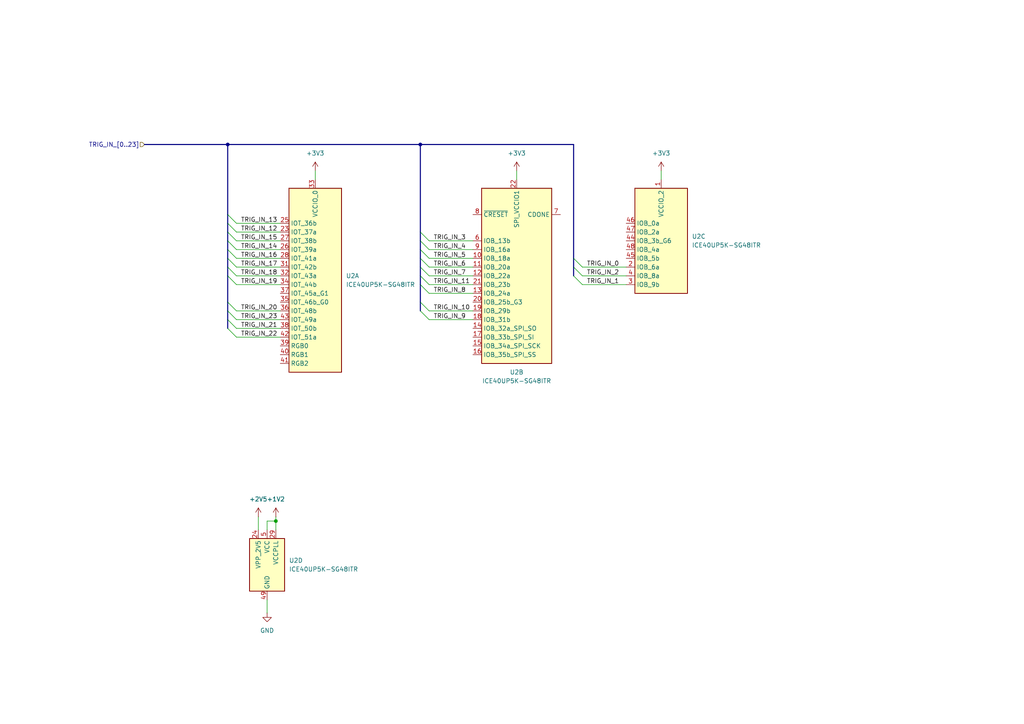
<source format=kicad_sch>
(kicad_sch (version 20250114) (generator "eeschema") (generator_version "9.0")
  (paper "A4")
  (lib_symbols
    (symbol "FPGA_Lattice:ICE40UP5K-SG48ITR"
      (property "Reference" "U" (at -8.89 -29.21 0))
      (property "Value" "ICE40UP5K-SG48ITR" (at 0 -31.75 0))
      (symbol "ICE40UP5K-SG48ITR_1_1"
        (rectangle (start -7.62 25.4) (end 7.62 -27.94) (stroke (width 0.254)) (fill (type background)))
        (pin bidirectional line (at -10.16 15.24 0) (length 2.54) (name "IOT_36b") (number "25"))
        (pin bidirectional line (at -10.16 12.7 0) (length 2.54) (name "IOT_37a") (number "23"))
        (pin bidirectional line (at -10.16 10.16 0) (length 2.54) (name "IOT_38b") (number "27"))
        (pin bidirectional line (at -10.16 7.62 0) (length 2.54) (name "IOT_39a") (number "26"))
        (pin bidirectional line (at -10.16 5.08 0) (length 2.54) (name "IOT_41a") (number "28"))
        (pin bidirectional line (at -10.16 2.54 0) (length 2.54) (name "IOT_42b") (number "31"))
        (pin bidirectional line (at -10.16 0 0) (length 2.54) (name "IOT_43a") (number "32"))
        (pin bidirectional line (at -10.16 -2.54 0) (length 2.54) (name "IOT_44b") (number "34"))
        (pin bidirectional line (at -10.16 -5.08 0) (length 2.54) (name "IOT_45a_G1") (number "37"))
        (pin bidirectional line (at -10.16 -7.62 0) (length 2.54) (name "IOT_46b_G0") (number "35"))
        (pin bidirectional line (at -10.16 -10.16 0) (length 2.54) (name "IOT_48b") (number "36"))
        (pin bidirectional line (at -10.16 -12.7 0) (length 2.54) (name "IOT_49a") (number "43"))
        (pin bidirectional line (at -10.16 -15.24 0) (length 2.54) (name "IOT_50b") (number "38"))
        (pin bidirectional line (at -10.16 -17.78 0) (length 2.54) (name "IOT_51a") (number "42"))
        (pin open_collector line (at -10.16 -20.32 0) (length 2.54) (name "RGB0") (number "39"))
        (pin open_collector line (at -10.16 -22.86 0) (length 2.54) (name "RGB1") (number "40"))
        (pin open_collector line (at -10.16 -25.4 0) (length 2.54) (name "RGB2") (number "41"))
        (pin power_in line (at 0 27.94 270) (length 2.54) (name "VCCIO_0") (number "33"))
      )
      (symbol "ICE40UP5K-SG48ITR_2_1"
        (rectangle (start -10.16 25.4) (end 10.16 -25.4) (stroke (width 0.254)) (fill (type background)))
        (pin input line (at -12.7 17.78 0) (length 2.54) (name "~{CRESET}") (number "8"))
        (pin bidirectional line (at -12.7 10.16 0) (length 2.54) (name "IOB_13b") (number "6"))
        (pin bidirectional line (at -12.7 7.62 0) (length 2.54) (name "IOB_16a") (number "9"))
        (pin bidirectional line (at -12.7 5.08 0) (length 2.54) (name "IOB_18a") (number "10"))
        (pin bidirectional line (at -12.7 2.54 0) (length 2.54) (name "IOB_20a") (number "11"))
        (pin bidirectional line (at -12.7 0 0) (length 2.54) (name "IOB_22a") (number "12"))
        (pin bidirectional line (at -12.7 -2.54 0) (length 2.54) (name "IOB_23b") (number "21"))
        (pin bidirectional line (at -12.7 -5.08 0) (length 2.54) (name "IOB_24a") (number "13"))
        (pin bidirectional line (at -12.7 -7.62 0) (length 2.54) (name "IOB_25b_G3") (number "20"))
        (pin bidirectional line (at -12.7 -10.16 0) (length 2.54) (name "IOB_29b") (number "19"))
        (pin bidirectional line (at -12.7 -12.7 0) (length 2.54) (name "IOB_31b") (number "18"))
        (pin bidirectional line (at -12.7 -15.24 0) (length 2.54) (name "IOB_32a_SPI_SO") (number "14"))
        (pin bidirectional line (at -12.7 -17.78 0) (length 2.54) (name "IOB_33b_SPI_SI") (number "17"))
        (pin bidirectional line (at -12.7 -20.32 0) (length 2.54) (name "IOB_34a_SPI_SCK") (number "15"))
        (pin bidirectional line (at -12.7 -22.86 0) (length 2.54) (name "IOB_35b_SPI_SS") (number "16"))
        (pin power_in line (at 0 27.94 270) (length 2.54) (name "SPI_VCCIO1") (number "22"))
        (pin open_collector line (at 12.7 17.78 180) (length 2.54) (name "CDONE") (number "7"))
      )
      (symbol "ICE40UP5K-SG48ITR_3_1"
        (rectangle (start -7.62 15.24) (end 7.62 -15.24) (stroke (width 0.254)) (fill (type background)))
        (pin bidirectional line (at -10.16 5.08 0) (length 2.54) (name "IOB_0a") (number "46"))
        (pin bidirectional line (at -10.16 2.54 0) (length 2.54) (name "IOB_2a") (number "47"))
        (pin bidirectional line (at -10.16 0 0) (length 2.54) (name "IOB_3b_G6") (number "44"))
        (pin bidirectional line (at -10.16 -2.54 0) (length 2.54) (name "IOB_4a") (number "48"))
        (pin bidirectional line (at -10.16 -5.08 0) (length 2.54) (name "IOB_5b") (number "45"))
        (pin bidirectional line (at -10.16 -7.62 0) (length 2.54) (name "IOB_6a") (number "2"))
        (pin bidirectional line (at -10.16 -10.16 0) (length 2.54) (name "IOB_8a") (number "4"))
        (pin bidirectional line (at -10.16 -12.7 0) (length 2.54) (name "IOB_9b") (number "3"))
        (pin power_in line (at 0 17.78 270) (length 2.54) (name "VCCIO_2") (number "1"))
      )
      (symbol "ICE40UP5K-SG48ITR_4_1"
        (rectangle (start -5.08 7.62) (end 5.08 -7.62) (stroke (width 0.254)) (fill (type background)))
        (pin power_in line (at -2.54 10.16 270) (length 2.54) (name "VPP_2V5") (number "24"))
        (pin passive line (at 0 10.16 270) (length 2.54) (hide yes) (name "VCC") (number "30"))
        (pin power_in line (at 0 10.16 270) (length 2.54) (name "VCC") (number "5"))
        (pin power_in line (at 0 -10.16 90) (length 2.54) (name "GND") (number "49"))
        (pin power_out line (at 2.54 10.16 270) (length 2.54) (name "VCCPLL") (number "29"))
      )
    )
    (symbol "power:+1V2" (power) (pin_numbers (hide yes)) (pin_names (offset 0) (hide yes))
      (property "Value" "+1V2" (at 0 3.556 0))
      (symbol "+1V2_0_1"
        (polyline (pts (xy -0.762 1.27) (xy 0 2.54)))
        (polyline (pts (xy 0 2.54) (xy 0.762 1.27)))
        (polyline (pts (xy 0 0) (xy 0 2.54)))
      )
      (symbol "+1V2_1_1"
        (pin power_in line (at 0 0 90) (length 0) (name "~") (number "1"))
      )
    )
    (symbol "power:+2V5" (power) (pin_numbers (hide yes)) (pin_names (offset 0) (hide yes))
      (property "Value" "+2V5" (at 0 3.556 0))
      (symbol "+2V5_0_1"
        (polyline (pts (xy -0.762 1.27) (xy 0 2.54)))
        (polyline (pts (xy 0 2.54) (xy 0.762 1.27)))
        (polyline (pts (xy 0 0) (xy 0 2.54)))
      )
      (symbol "+2V5_1_1"
        (pin power_in line (at 0 0 90) (length 0) (name "~") (number "1"))
      )
    )
    (symbol "power:+3V3" (power) (pin_numbers (hide yes)) (pin_names (offset 0) (hide yes))
      (property "Value" "+3V3" (at 0 3.556 0))
      (symbol "+3V3_0_1"
        (polyline (pts (xy -0.762 1.27) (xy 0 2.54)))
        (polyline (pts (xy 0 2.54) (xy 0.762 1.27)))
        (polyline (pts (xy 0 0) (xy 0 2.54)))
      )
      (symbol "+3V3_1_1"
        (pin power_in line (at 0 0 90) (length 0) (name "~") (number "1"))
      )
    )
    (symbol "power:GND" (power) (pin_numbers (hide yes)) (pin_names (offset 0) (hide yes))
      (property "Value" "GND" (at 0 -3.81 0))
      (symbol "GND_0_1"
        (polyline (pts (xy 0 0) (xy 0 -1.27) (xy 1.27 -1.27) (xy 0 -2.54) (xy -1.27 -1.27) (xy 0 -1.27)))
      )
      (symbol "GND_1_1"
        (pin power_in line (at 0 0 270) (length 0) (name "~") (number "1"))
      )
    )
  )
  (junction (at 80.01 151.13))
  (junction (at 121.92 41.91))
  (junction (at 66.04 41.91))
  (bus_entry (at 121.92 67.31) (size 2.54 2.54))
  (bus_entry (at 66.04 72.39) (size 2.54 2.54))
  (bus_entry (at 66.04 64.77) (size 2.54 2.54))
  (bus_entry (at 166.37 80.01) (size 2.54 2.54))
  (bus_entry (at 66.04 62.23) (size 2.54 2.54))
  (bus_entry (at 121.92 87.63) (size 2.54 2.54))
  (bus_entry (at 121.92 90.17) (size 2.54 2.54))
  (bus_entry (at 66.04 77.47) (size 2.54 2.54))
  (bus_entry (at 66.04 92.71) (size 2.54 2.54))
  (bus_entry (at 166.37 77.47) (size 2.54 2.54))
  (bus_entry (at 121.92 80.01) (size 2.54 2.54))
  (bus_entry (at 66.04 74.93) (size 2.54 2.54))
  (bus_entry (at 121.92 72.39) (size 2.54 2.54))
  (bus_entry (at 121.92 77.47) (size 2.54 2.54))
  (bus_entry (at 66.04 80.01) (size 2.54 2.54))
  (bus_entry (at 66.04 95.25) (size 2.54 2.54))
  (bus_entry (at 66.04 69.85) (size 2.54 2.54))
  (bus_entry (at 166.37 74.93) (size 2.54 2.54))
  (bus_entry (at 121.92 74.93) (size 2.54 2.54))
  (bus_entry (at 66.04 90.17) (size 2.54 2.54))
  (bus_entry (at 66.04 87.63) (size 2.54 2.54))
  (bus_entry (at 121.92 82.55) (size 2.54 2.54))
  (bus_entry (at 66.04 67.31) (size 2.54 2.54))
  (bus_entry (at 121.92 69.85) (size 2.54 2.54))
  (bus (pts (xy 66.04 77.47) (xy 66.04 80.01)))
  (bus (pts (xy 66.04 69.85) (xy 66.04 72.39)))
  (wire (pts (xy 68.58 82.55) (xy 81.28 82.55)))
  (wire (pts (xy 124.46 92.71) (xy 137.16 92.71)))
  (wire (pts (xy 77.47 151.13) (xy 80.01 151.13)))
  (bus (pts (xy 166.37 41.91) (xy 121.92 41.91)))
  (bus (pts (xy 121.92 72.39) (xy 121.92 69.85)))
  (wire (pts (xy 124.46 74.93) (xy 137.16 74.93)))
  (wire (pts (xy 68.58 92.71) (xy 81.28 92.71)))
  (bus (pts (xy 121.92 41.91) (xy 66.04 41.91)))
  (bus (pts (xy 166.37 74.93) (xy 166.37 41.91)))
  (bus (pts (xy 66.04 72.39) (xy 66.04 74.93)))
  (wire (pts (xy 124.46 90.17) (xy 137.16 90.17)))
  (wire (pts (xy 168.91 82.55) (xy 181.61 82.55)))
  (bus (pts (xy 121.92 80.01) (xy 121.92 77.47)))
  (bus (pts (xy 66.04 62.23) (xy 66.04 64.77)))
  (wire (pts (xy 124.46 85.09) (xy 137.16 85.09)))
  (bus (pts (xy 66.04 41.91) (xy 66.04 62.23)))
  (bus (pts (xy 121.92 69.85) (xy 121.92 67.31)))
  (wire (pts (xy 124.46 82.55) (xy 137.16 82.55)))
  (wire (pts (xy 68.58 95.25) (xy 81.28 95.25)))
  (bus (pts (xy 66.04 80.01) (xy 66.04 87.63)))
  (wire (pts (xy 77.47 151.13) (xy 77.47 153.67)))
  (wire (pts (xy 168.91 80.01) (xy 181.61 80.01)))
  (bus (pts (xy 66.04 90.17) (xy 66.04 92.71)))
  (wire (pts (xy 124.46 80.01) (xy 137.16 80.01)))
  (bus (pts (xy 121.92 77.47) (xy 121.92 74.93)))
  (wire (pts (xy 91.44 49.53) (xy 91.44 52.07)))
  (wire (pts (xy 124.46 72.39) (xy 137.16 72.39)))
  (wire (pts (xy 68.58 90.17) (xy 81.28 90.17)))
  (wire (pts (xy 68.58 72.39) (xy 81.28 72.39)))
  (bus (pts (xy 66.04 67.31) (xy 66.04 69.85)))
  (wire (pts (xy 168.91 77.47) (xy 181.61 77.47)))
  (wire (pts (xy 124.46 77.47) (xy 137.16 77.47)))
  (bus (pts (xy 121.92 90.17) (xy 121.92 87.63)))
  (wire (pts (xy 68.58 67.31) (xy 81.28 67.31)))
  (wire (pts (xy 74.93 149.86) (xy 74.93 153.67)))
  (wire (pts (xy 68.58 69.85) (xy 81.28 69.85)))
  (bus (pts (xy 121.92 74.93) (xy 121.92 72.39)))
  (bus (pts (xy 66.04 41.91) (xy 41.91 41.91)))
  (wire (pts (xy 77.47 173.99) (xy 77.47 177.8)))
  (bus (pts (xy 166.37 77.47) (xy 166.37 74.93)))
  (wire (pts (xy 68.58 77.47) (xy 81.28 77.47)))
  (bus (pts (xy 66.04 92.71) (xy 66.04 95.25)))
  (bus (pts (xy 121.92 82.55) (xy 121.92 87.63)))
  (wire (pts (xy 68.58 64.77) (xy 81.28 64.77)))
  (bus (pts (xy 66.04 74.93) (xy 66.04 77.47)))
  (wire (pts (xy 68.58 80.01) (xy 81.28 80.01)))
  (wire (pts (xy 191.77 49.53) (xy 191.77 52.07)))
  (wire (pts (xy 68.58 97.79) (xy 81.28 97.79)))
  (wire (pts (xy 68.58 74.93) (xy 81.28 74.93)))
  (wire (pts (xy 124.46 69.85) (xy 137.16 69.85)))
  (bus (pts (xy 66.04 64.77) (xy 66.04 67.31)))
  (wire (pts (xy 80.01 151.13) (xy 80.01 153.67)))
  (bus (pts (xy 121.92 82.55) (xy 121.92 80.01)))
  (bus (pts (xy 121.92 67.31) (xy 121.92 41.91)))
  (bus (pts (xy 66.04 87.63) (xy 66.04 90.17)))
  (wire (pts (xy 80.01 149.86) (xy 80.01 151.13)))
  (bus (pts (xy 166.37 80.01) (xy 166.37 77.47)))
  (wire (pts (xy 149.86 49.53) (xy 149.86 52.07)))
  (label "TRIG_IN_15" (at 69.85 69.85 0))
  (label "TRIG_IN_7" (at 125.73 80.01 0))
  (label "TRIG_IN_17" (at 69.85 77.47 0))
  (label "TRIG_IN_11" (at 125.73 82.55 0))
  (label "TRIG_IN_20" (at 69.85 90.17 0))
  (label "TRIG_IN_4" (at 125.73 72.39 0))
  (label "TRIG_IN_14" (at 69.85 72.39 0))
  (label "TRIG_IN_1" (at 170.18 82.55 0))
  (label "TRIG_IN_8" (at 125.73 85.09 0))
  (label "TRIG_IN_10" (at 125.73 90.17 0))
  (label "TRIG_IN_16" (at 69.85 74.93 0))
  (label "TRIG_IN_5" (at 125.73 74.93 0))
  (label "TRIG_IN_13" (at 69.85 64.77 0))
  (label "TRIG_IN_3" (at 125.73 69.85 0))
  (label "TRIG_IN_2" (at 170.18 80.01 0))
  (label "TRIG_IN_19" (at 69.85 82.55 0))
  (label "TRIG_IN_22" (at 69.85 97.79 0))
  (label "TRIG_IN_23" (at 69.85 92.71 0))
  (label "TRIG_IN_12" (at 69.85 67.31 0))
  (label "TRIG_IN_21" (at 69.85 95.25 0))
  (label "TRIG_IN_6" (at 125.73 77.47 0))
  (label "TRIG_IN_18" (at 69.85 80.01 0))
  (label "TRIG_IN_9" (at 125.73 92.71 0))
  (label "TRIG_IN_0" (at 170.18 77.47 0))
  (hierarchical_label "TRIG_IN_[0..23]" (shape input) (at 41.91 41.91 180))
  (symbol (lib_id "FPGA_Lattice:ICE40UP5K-SG48ITR") (at 191.77 69.85 0) (unit 3)
    (property "Reference" "U2" (at 200.66 68.5799 0) (effects (justify left)))
    (property "Value" "ICE40UP5K-SG48ITR" (at 200.66 71.1199 0) (effects (justify left)))
    (property "Footprint" "Package_DFN_QFN:QFN-48-1EP_7x7mm_P0.5mm_EP5.6x5.6mm" (effects (hide yes)))
    (property "Datasheet" "http://www.latticesemi.com/Products/FPGAandCPLD/iCE40Ultra" (effects (hide yes)))
    (property "Description" "iCE40 UltraPlus FPGA, 5280 LUTs, 1.2V, 48-pin QFN" (effects (hide yes)))
  )
  (symbol (lib_id "power:+2V5") (at 74.93 149.86 0) (unit 1)
    (property "Reference" "#PWR017" (effects (hide yes)))
    (property "Value" "+2V5" (at 74.93 144.78 0))
    (property "Description" "Power symbol creates a global label with name \"+2V5\"" (effects (hide yes)))
  )
  (symbol (lib_id "power:GND") (at 77.47 177.8 0) (unit 1)
    (property "Reference" "#PWR013" (effects (hide yes)))
    (property "Value" "GND" (at 77.47 182.88 0))
    (property "Description" "Power symbol creates a global label with name \"GND\" , ground" (effects (hide yes)))
  )
  (symbol (lib_id "FPGA_Lattice:ICE40UP5K-SG48ITR") (at 91.44 80.01 0) (unit 1)
    (property "Reference" "U2" (at 100.33 80.0099 0) (effects (justify left)))
    (property "Value" "ICE40UP5K-SG48ITR" (at 100.33 82.5499 0) (effects (justify left)))
    (property "Footprint" "Package_DFN_QFN:QFN-48-1EP_7x7mm_P0.5mm_EP5.6x5.6mm" (effects (hide yes)))
    (property "Datasheet" "http://www.latticesemi.com/Products/FPGAandCPLD/iCE40Ultra" (effects (hide yes)))
    (property "Description" "iCE40 UltraPlus FPGA, 5280 LUTs, 1.2V, 48-pin QFN" (effects (hide yes)))
  )
  (symbol (lib_id "power:+3V3") (at 91.44 49.53 0) (unit 1)
    (property "Reference" "#PWR016" (effects (hide yes)))
    (property "Value" "+3V3" (at 91.44 44.45 0))
    (property "Description" "Power symbol creates a global label with name \"+3V3\"" (effects (hide yes)))
  )
  (symbol (lib_id "power:+3V3") (at 149.86 49.53 0) (unit 1)
    (property "Reference" "#PWR014" (effects (hide yes)))
    (property "Value" "+3V3" (at 149.86 44.45 0))
    (property "Description" "Power symbol creates a global label with name \"+3V3\"" (effects (hide yes)))
  )
  (symbol (lib_id "power:+1V2") (at 80.01 149.86 0) (unit 1)
    (property "Reference" "#PWR018" (effects (hide yes)))
    (property "Value" "+1V2" (at 80.01 144.78 0))
    (property "Description" "Power symbol creates a global label with name \"+1V2\"" (effects (hide yes)))
  )
  (symbol (lib_id "FPGA_Lattice:ICE40UP5K-SG48ITR") (at 77.47 163.83 0) (unit 4)
    (property "Reference" "U2" (at 83.82 162.5599 0) (effects (justify left)))
    (property "Value" "ICE40UP5K-SG48ITR" (at 83.82 165.0999 0) (effects (justify left)))
    (property "Footprint" "Package_DFN_QFN:QFN-48-1EP_7x7mm_P0.5mm_EP5.6x5.6mm" (effects (hide yes)))
    (property "Datasheet" "http://www.latticesemi.com/Products/FPGAandCPLD/iCE40Ultra" (effects (hide yes)))
    (property "Description" "iCE40 UltraPlus FPGA, 5280 LUTs, 1.2V, 48-pin QFN" (effects (hide yes)))
  )
  (symbol (lib_id "FPGA_Lattice:ICE40UP5K-SG48ITR") (at 149.86 80.01 0) (unit 2)
    (property "Reference" "U2" (at 149.86 107.95 0))
    (property "Value" "ICE40UP5K-SG48ITR" (at 149.86 110.49 0))
    (property "Footprint" "Package_DFN_QFN:QFN-48-1EP_7x7mm_P0.5mm_EP5.6x5.6mm" (effects (hide yes)))
    (property "Datasheet" "http://www.latticesemi.com/Products/FPGAandCPLD/iCE40Ultra" (effects (hide yes)))
    (property "Description" "iCE40 UltraPlus FPGA, 5280 LUTs, 1.2V, 48-pin QFN" (effects (hide yes)))
  )
  (symbol (lib_id "power:+3V3") (at 191.77 49.53 0) (unit 1)
    (property "Reference" "#PWR015" (effects (hide yes)))
    (property "Value" "+3V3" (at 191.77 44.45 0))
    (property "Description" "Power symbol creates a global label with name \"+3V3\"" (effects (hide yes)))
  )
)
</source>
